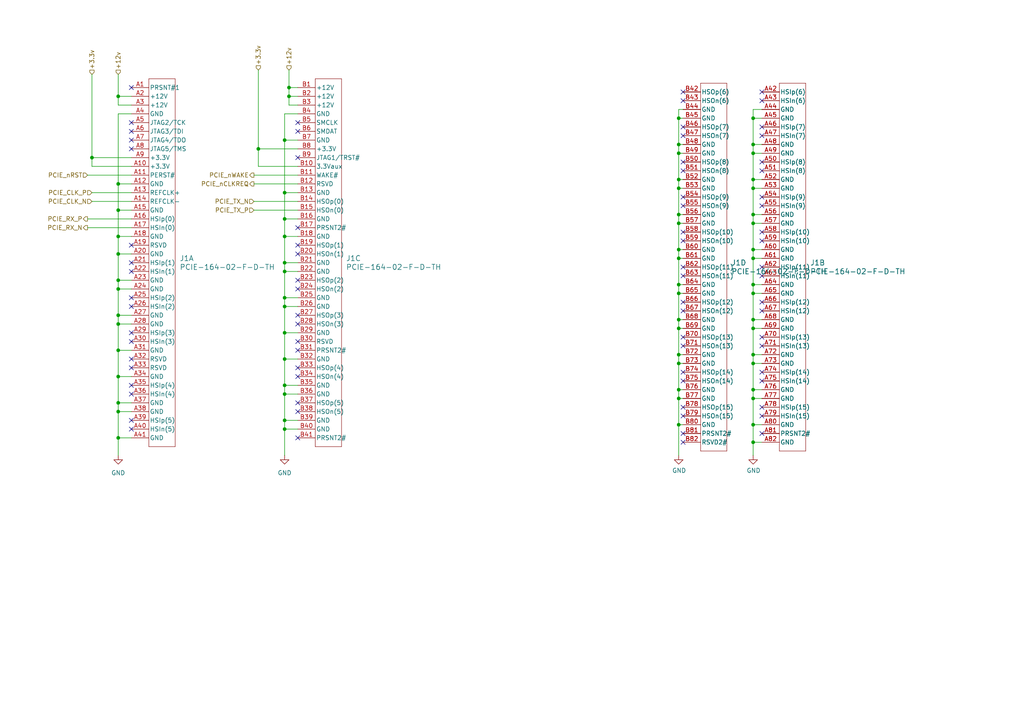
<source format=kicad_sch>
(kicad_sch (version 20231120) (generator "eeschema") (generator_version "8.0")
  (paper "A4")
  (title_block (title "Compute Module 5 IO Board - M2 Socket") (rev "1") (company "Copyright © 2024 Raspberry Pi Ltd.") (comment 1 "www.raspberrypi.com"))
  (lib_symbols
    (symbol "CM5IO:PCIE-164-02-F-D-TH" (pin_names (offset 0.254))
      (property "Reference" "J" (at 8.89 6.35 0))
      (property "Value" "PCIE-164-02-F-D-TH" (at 0 0 0))
      (symbol "PCIE-164-02-F-D-TH_1_1"
        (pin power_out line (at 0 0 0) (length 5.08) (name "PRSNT#1") (number "A1"))
        (pin power_in line (at 0 -22.86 0) (length 5.08) (name "+3.3V") (number "A10"))
        (pin input line (at 0 -25.4 0) (length 5.08) (name "PERST#") (number "A11"))
        (pin power_in line (at 0 -27.94 0) (length 5.08) (name "GND") (number "A12"))
        (pin output line (at 0 -30.48 0) (length 5.08) (name "REFCLK+") (number "A13"))
        (pin output line (at 0 -33.02 0) (length 5.08) (name "REFCLK-") (number "A14"))
        (pin power_in line (at 0 -35.56 0) (length 5.08) (name "GND") (number "A15"))
        (pin input line (at 0 -38.1 0) (length 5.08) (name "HSIp(0)") (number "A16"))
        (pin input line (at 0 -40.64 0) (length 5.08) (name "HSIn(0)") (number "A17"))
        (pin power_in line (at 0 -43.18 0) (length 5.08) (name "GND") (number "A18"))
        (pin passive line (at 0 -45.72 0) (length 5.08) (name "RSVD") (number "A19"))
        (pin power_in line (at 0 -2.54 0) (length 5.08) (name "+12V") (number "A2"))
        (pin power_in line (at 0 -48.26 0) (length 5.08) (name "GND") (number "A20"))
        (pin input line (at 0 -50.8 0) (length 5.08) (name "HSIp(1)") (number "A21"))
        (pin input line (at 0 -53.34 0) (length 5.08) (name "HSIn(1)") (number "A22"))
        (pin power_in line (at 0 -55.88 0) (length 5.08) (name "GND") (number "A23"))
        (pin power_in line (at 0 -58.42 0) (length 5.08) (name "GND") (number "A24"))
        (pin input line (at 0 -60.96 0) (length 5.08) (name "HSIp(2)") (number "A25"))
        (pin input line (at 0 -63.5 0) (length 5.08) (name "HSIn(2)") (number "A26"))
        (pin power_in line (at 0 -66.04 0) (length 5.08) (name "GND") (number "A27"))
        (pin power_in line (at 0 -68.58 0) (length 5.08) (name "GND") (number "A28"))
        (pin input line (at 0 -71.12 0) (length 5.08) (name "HSIp(3)") (number "A29"))
        (pin power_in line (at 0 -5.08 0) (length 5.08) (name "+12V") (number "A3"))
        (pin input line (at 0 -73.66 0) (length 5.08) (name "HSIn(3)") (number "A30"))
        (pin power_in line (at 0 -76.2 0) (length 5.08) (name "GND") (number "A31"))
        (pin passive line (at 0 -78.74 0) (length 5.08) (name "RSVD") (number "A32"))
        (pin passive line (at 0 -81.28 0) (length 5.08) (name "RSVD") (number "A33"))
        (pin power_in line (at 0 -83.82 0) (length 5.08) (name "GND") (number "A34"))
        (pin input line (at 0 -86.36 0) (length 5.08) (name "HSIp(4)") (number "A35"))
        (pin input line (at 0 -88.9 0) (length 5.08) (name "HSIn(4)") (number "A36"))
        (pin power_in line (at 0 -91.44 0) (length 5.08) (name "GND") (number "A37"))
        (pin power_in line (at 0 -93.98 0) (length 5.08) (name "GND") (number "A38"))
        (pin input line (at 0 -96.52 0) (length 5.08) (name "HSIp(5)") (number "A39"))
        (pin power_in line (at 0 -7.62 0) (length 5.08) (name "GND") (number "A4"))
        (pin input line (at 0 -99.06 0) (length 5.08) (name "HSIn(5)") (number "A40"))
        (pin power_in line (at 0 -101.6 0) (length 5.08) (name "GND") (number "A41"))
        (pin input line (at 0 -10.16 0) (length 5.08) (name "JTAG2/TCK") (number "A5"))
        (pin input line (at 0 -12.7 0) (length 5.08) (name "JTAG3/TDI") (number "A6"))
        (pin output line (at 0 -15.24 0) (length 5.08) (name "JTAG4/TDO") (number "A7"))
        (pin input line (at 0 -17.78 0) (length 5.08) (name "JTAG5/TMS") (number "A8"))
        (pin power_in line (at 0 -20.32 0) (length 5.08) (name "+3.3V") (number "A9"))
      )
      (symbol "PCIE-164-02-F-D-TH_1_2"
        (pin power_out line (at 0 0 0) (length 5.08) (name "PRSNT#1") (number "A1"))
        (pin power_in line (at 0 -22.86 0) (length 5.08) (name "+3.3V") (number "A10"))
        (pin input line (at 0 -25.4 0) (length 5.08) (name "PERST#") (number "A11"))
        (pin power_in line (at 0 -27.94 0) (length 5.08) (name "GND") (number "A12"))
        (pin output line (at 0 -30.48 0) (length 5.08) (name "REFCLK+") (number "A13"))
        (pin output line (at 0 -33.02 0) (length 5.08) (name "REFCLK-") (number "A14"))
        (pin power_in line (at 0 -35.56 0) (length 5.08) (name "GND") (number "A15"))
        (pin input line (at 0 -38.1 0) (length 5.08) (name "HSIp(0)") (number "A16"))
        (pin input line (at 0 -40.64 0) (length 5.08) (name "HSIn(0)") (number "A17"))
        (pin power_in line (at 0 -43.18 0) (length 5.08) (name "GND") (number "A18"))
        (pin passive line (at 0 -45.72 0) (length 5.08) (name "RSVD") (number "A19"))
        (pin power_in line (at 0 -2.54 0) (length 5.08) (name "+12V") (number "A2"))
        (pin power_in line (at 0 -48.26 0) (length 5.08) (name "GND") (number "A20"))
        (pin input line (at 0 -50.8 0) (length 5.08) (name "HSIp(1)") (number "A21"))
        (pin input line (at 0 -53.34 0) (length 5.08) (name "HSIn(1)") (number "A22"))
        (pin power_in line (at 0 -55.88 0) (length 5.08) (name "GND") (number "A23"))
        (pin power_in line (at 0 -58.42 0) (length 5.08) (name "GND") (number "A24"))
        (pin input line (at 0 -60.96 0) (length 5.08) (name "HSIp(2)") (number "A25"))
        (pin input line (at 0 -63.5 0) (length 5.08) (name "HSIn(2)") (number "A26"))
        (pin power_in line (at 0 -66.04 0) (length 5.08) (name "GND") (number "A27"))
        (pin power_in line (at 0 -68.58 0) (length 5.08) (name "GND") (number "A28"))
        (pin input line (at 0 -71.12 0) (length 5.08) (name "HSIp(3)") (number "A29"))
        (pin power_in line (at 0 -5.08 0) (length 5.08) (name "+12V") (number "A3"))
        (pin input line (at 0 -73.66 0) (length 5.08) (name "HSIn(3)") (number "A30"))
        (pin power_in line (at 0 -76.2 0) (length 5.08) (name "GND") (number "A31"))
        (pin passive line (at 0 -78.74 0) (length 5.08) (name "RSVD") (number "A32"))
        (pin passive line (at 0 -81.28 0) (length 5.08) (name "RSVD") (number "A33"))
        (pin power_in line (at 0 -83.82 0) (length 5.08) (name "GND") (number "A34"))
        (pin input line (at 0 -86.36 0) (length 5.08) (name "HSIp(4)") (number "A35"))
        (pin input line (at 0 -88.9 0) (length 5.08) (name "HSIn(4)") (number "A36"))
        (pin power_in line (at 0 -91.44 0) (length 5.08) (name "GND") (number "A37"))
        (pin power_in line (at 0 -93.98 0) (length 5.08) (name "GND") (number "A38"))
        (pin input line (at 0 -96.52 0) (length 5.08) (name "HSIp(5)") (number "A39"))
        (pin power_in line (at 0 -7.62 0) (length 5.08) (name "GND") (number "A4"))
        (pin input line (at 0 -99.06 0) (length 5.08) (name "HSIn(5)") (number "A40"))
        (pin power_in line (at 0 -101.6 0) (length 5.08) (name "GND") (number "A41"))
        (pin input line (at 0 -10.16 0) (length 5.08) (name "JTAG2/TCK") (number "A5"))
        (pin input line (at 0 -12.7 0) (length 5.08) (name "JTAG3/TDI") (number "A6"))
        (pin output line (at 0 -15.24 0) (length 5.08) (name "JTAG4/TDO") (number "A7"))
        (pin input line (at 0 -17.78 0) (length 5.08) (name "JTAG5/TMS") (number "A8"))
        (pin power_in line (at 0 -20.32 0) (length 5.08) (name "+3.3V") (number "A9"))
      )
      (symbol "PCIE-164-02-F-D-TH_2_1"
        (pin input line (at 0 0 0) (length 5.08) (name "HSIp(6)") (number "A42"))
        (pin input line (at 0 -2.54 0) (length 5.08) (name "HSIn(6)") (number "A43"))
        (pin power_in line (at 0 -5.08 0) (length 5.08) (name "GND") (number "A44"))
        (pin power_in line (at 0 -7.62 0) (length 5.08) (name "GND") (number "A45"))
        (pin input line (at 0 -10.16 0) (length 5.08) (name "HSIp(7)") (number "A46"))
        (pin input line (at 0 -12.7 0) (length 5.08) (name "HSIn(7)") (number "A47"))
        (pin power_in line (at 0 -15.24 0) (length 5.08) (name "GND") (number "A48"))
        (pin power_in line (at 0 -17.78 0) (length 5.08) (name "GND") (number "A49"))
        (pin input line (at 0 -20.32 0) (length 5.08) (name "HSIp(8)") (number "A50"))
        (pin input line (at 0 -22.86 0) (length 5.08) (name "HSIn(8)") (number "A51"))
        (pin power_in line (at 0 -25.4 0) (length 5.08) (name "GND") (number "A52"))
        (pin power_in line (at 0 -27.94 0) (length 5.08) (name "GND") (number "A53"))
        (pin input line (at 0 -30.48 0) (length 5.08) (name "HSIp(9)") (number "A54"))
        (pin input line (at 0 -33.02 0) (length 5.08) (name "HSIn(9)") (number "A55"))
        (pin power_in line (at 0 -35.56 0) (length 5.08) (name "GND") (number "A56"))
        (pin power_in line (at 0 -38.1 0) (length 5.08) (name "GND") (number "A57"))
        (pin input line (at 0 -40.64 0) (length 5.08) (name "HSIp(10)") (number "A58"))
        (pin input line (at 0 -43.18 0) (length 5.08) (name "HSIn(10)") (number "A59"))
        (pin power_in line (at 0 -45.72 0) (length 5.08) (name "GND") (number "A60"))
        (pin power_in line (at 0 -48.26 0) (length 5.08) (name "GND") (number "A61"))
        (pin input line (at 0 -50.8 0) (length 5.08) (name "HSIp(11)") (number "A62"))
        (pin input line (at 0 -53.34 0) (length 5.08) (name "HSIn(11)") (number "A63"))
        (pin power_in line (at 0 -55.88 0) (length 5.08) (name "GND") (number "A64"))
        (pin power_in line (at 0 -58.42 0) (length 5.08) (name "GND") (number "A65"))
        (pin input line (at 0 -60.96 0) (length 5.08) (name "HSIp(12)") (number "A66"))
        (pin input line (at 0 -63.5 0) (length 5.08) (name "HSIn(12)") (number "A67"))
        (pin power_in line (at 0 -66.04 0) (length 5.08) (name "GND") (number "A68"))
        (pin power_in line (at 0 -68.58 0) (length 5.08) (name "GND") (number "A69"))
        (pin input line (at 0 -71.12 0) (length 5.08) (name "HSIp(13)") (number "A70"))
        (pin input line (at 0 -73.66 0) (length 5.08) (name "HSIn(13)") (number "A71"))
        (pin power_in line (at 0 -76.2 0) (length 5.08) (name "GND") (number "A72"))
        (pin power_in line (at 0 -78.74 0) (length 5.08) (name "GND") (number "A73"))
        (pin input line (at 0 -81.28 0) (length 5.08) (name "HSIp(14)") (number "A74"))
        (pin input line (at 0 -83.82 0) (length 5.08) (name "HSIn(14)") (number "A75"))
        (pin power_in line (at 0 -86.36 0) (length 5.08) (name "GND") (number "A76"))
        (pin power_in line (at 0 -88.9 0) (length 5.08) (name "GND") (number "A77"))
        (pin input line (at 0 -91.44 0) (length 5.08) (name "HSIp(15)") (number "A78"))
        (pin input line (at 0 -93.98 0) (length 5.08) (name "HSIn(15)") (number "A79"))
        (pin power_in line (at 0 -96.52 0) (length 5.08) (name "GND") (number "A80"))
        (pin passive line (at 0 -99.06 0) (length 5.08) (name "PRSNT2#") (number "A81"))
        (pin power_in line (at 0 -101.6 0) (length 5.08) (name "GND") (number "A82"))
      )
      (symbol "PCIE-164-02-F-D-TH_2_2"
        (pin input line (at 0 0 0) (length 5.08) (name "HSIp(6)") (number "A42"))
        (pin input line (at 0 -2.54 0) (length 5.08) (name "HSIn(6)") (number "A43"))
        (pin power_in line (at 0 -5.08 0) (length 5.08) (name "GND") (number "A44"))
        (pin power_in line (at 0 -7.62 0) (length 5.08) (name "GND") (number "A45"))
        (pin input line (at 0 -10.16 0) (length 5.08) (name "HSIp(7)") (number "A46"))
        (pin input line (at 0 -12.7 0) (length 5.08) (name "HSIn(7)") (number "A47"))
        (pin power_in line (at 0 -15.24 0) (length 5.08) (name "GND") (number "A48"))
        (pin power_in line (at 0 -17.78 0) (length 5.08) (name "GND") (number "A49"))
        (pin input line (at 0 -20.32 0) (length 5.08) (name "HSIp(8)") (number "A50"))
        (pin input line (at 0 -22.86 0) (length 5.08) (name "HSIn(8)") (number "A51"))
        (pin power_in line (at 0 -25.4 0) (length 5.08) (name "GND") (number "A52"))
        (pin power_in line (at 0 -27.94 0) (length 5.08) (name "GND") (number "A53"))
        (pin input line (at 0 -30.48 0) (length 5.08) (name "HSIp(9)") (number "A54"))
        (pin input line (at 0 -33.02 0) (length 5.08) (name "HSIn(9)") (number "A55"))
        (pin power_in line (at 0 -35.56 0) (length 5.08) (name "GND") (number "A56"))
        (pin power_in line (at 0 -38.1 0) (length 5.08) (name "GND") (number "A57"))
        (pin input line (at 0 -40.64 0) (length 5.08) (name "HSIp(10)") (number "A58"))
        (pin input line (at 0 -43.18 0) (length 5.08) (name "HSIn(10)") (number "A59"))
        (pin power_in line (at 0 -45.72 0) (length 5.08) (name "GND") (number "A60"))
        (pin power_in line (at 0 -48.26 0) (length 5.08) (name "GND") (number "A61"))
        (pin input line (at 0 -50.8 0) (length 5.08) (name "HSIp(11)") (number "A62"))
        (pin input line (at 0 -53.34 0) (length 5.08) (name "HSIn(11)") (number "A63"))
        (pin power_in line (at 0 -55.88 0) (length 5.08) (name "GND") (number "A64"))
        (pin power_in line (at 0 -58.42 0) (length 5.08) (name "GND") (number "A65"))
        (pin input line (at 0 -60.96 0) (length 5.08) (name "HSIp(12)") (number "A66"))
        (pin input line (at 0 -63.5 0) (length 5.08) (name "HSIn(12)") (number "A67"))
        (pin power_in line (at 0 -66.04 0) (length 5.08) (name "GND") (number "A68"))
        (pin power_in line (at 0 -68.58 0) (length 5.08) (name "GND") (number "A69"))
        (pin input line (at 0 -71.12 0) (length 5.08) (name "HSIp(13)") (number "A70"))
        (pin input line (at 0 -73.66 0) (length 5.08) (name "HSIn(13)") (number "A71"))
        (pin power_in line (at 0 -76.2 0) (length 5.08) (name "GND") (number "A72"))
        (pin power_in line (at 0 -78.74 0) (length 5.08) (name "GND") (number "A73"))
        (pin input line (at 0 -81.28 0) (length 5.08) (name "HSIp(14)") (number "A74"))
        (pin input line (at 0 -83.82 0) (length 5.08) (name "HSIn(14)") (number "A75"))
        (pin power_in line (at 0 -86.36 0) (length 5.08) (name "GND") (number "A76"))
        (pin power_in line (at 0 -88.9 0) (length 5.08) (name "GND") (number "A77"))
        (pin input line (at 0 -91.44 0) (length 5.08) (name "HSIp(15)") (number "A78"))
        (pin input line (at 0 -93.98 0) (length 5.08) (name "HSIn(15)") (number "A79"))
        (pin power_in line (at 0 -96.52 0) (length 5.08) (name "GND") (number "A80"))
        (pin passive line (at 0 -99.06 0) (length 5.08) (name "PRSNT2#") (number "A81"))
        (pin power_in line (at 0 -101.6 0) (length 5.08) (name "GND") (number "A82"))
      )
      (symbol "PCIE-164-02-F-D-TH_3_1"
        (pin power_in line (at 0 0 0) (length 5.08) (name "+12V") (number "B1"))
        (pin power_in line (at 0 -22.86 0) (length 5.08) (name "3.3Vaux") (number "B10"))
        (pin output line (at 0 -25.4 0) (length 5.08) (name "WAKE#") (number "B11"))
        (pin passive line (at 0 -27.94 0) (length 5.08) (name "RSVD") (number "B12"))
        (pin power_in line (at 0 -30.48 0) (length 5.08) (name "GND") (number "B13"))
        (pin output line (at 0 -33.02 0) (length 5.08) (name "HSOp(0)") (number "B14"))
        (pin output line (at 0 -35.56 0) (length 5.08) (name "HSOn(0)") (number "B15"))
        (pin power_in line (at 0 -38.1 0) (length 5.08) (name "GND") (number "B16"))
        (pin passive line (at 0 -40.64 0) (length 5.08) (name "PRSNT2#") (number "B17"))
        (pin power_in line (at 0 -43.18 0) (length 5.08) (name "GND") (number "B18"))
        (pin output line (at 0 -45.72 0) (length 5.08) (name "HSOp(1)") (number "B19"))
        (pin power_in line (at 0 -2.54 0) (length 5.08) (name "+12V") (number "B2"))
        (pin output line (at 0 -48.26 0) (length 5.08) (name "HSOn(1)") (number "B20"))
        (pin power_in line (at 0 -50.8 0) (length 5.08) (name "GND") (number "B21"))
        (pin power_in line (at 0 -53.34 0) (length 5.08) (name "GND") (number "B22"))
        (pin output line (at 0 -55.88 0) (length 5.08) (name "HSOp(2)") (number "B23"))
        (pin output line (at 0 -58.42 0) (length 5.08) (name "HSOn(2)") (number "B24"))
        (pin power_in line (at 0 -60.96 0) (length 5.08) (name "GND") (number "B25"))
        (pin power_in line (at 0 -63.5 0) (length 5.08) (name "GND") (number "B26"))
        (pin output line (at 0 -66.04 0) (length 5.08) (name "HSOp(3)") (number "B27"))
        (pin output line (at 0 -68.58 0) (length 5.08) (name "HSOn(3)") (number "B28"))
        (pin power_in line (at 0 -71.12 0) (length 5.08) (name "GND") (number "B29"))
        (pin power_in line (at 0 -5.08 0) (length 5.08) (name "+12V") (number "B3"))
        (pin passive line (at 0 -73.66 0) (length 5.08) (name "RSVD") (number "B30"))
        (pin passive line (at 0 -76.2 0) (length 5.08) (name "PRSNT2#") (number "B31"))
        (pin power_in line (at 0 -78.74 0) (length 5.08) (name "GND") (number "B32"))
        (pin output line (at 0 -81.28 0) (length 5.08) (name "HSOp(4)") (number "B33"))
        (pin output line (at 0 -83.82 0) (length 5.08) (name "HSOn(4)") (number "B34"))
        (pin power_in line (at 0 -86.36 0) (length 5.08) (name "GND") (number "B35"))
        (pin power_in line (at 0 -88.9 0) (length 5.08) (name "GND") (number "B36"))
        (pin output line (at 0 -91.44 0) (length 5.08) (name "HSOp(5)") (number "B37"))
        (pin output line (at 0 -93.98 0) (length 5.08) (name "HSOn(5)") (number "B38"))
        (pin power_in line (at 0 -96.52 0) (length 5.08) (name "GND") (number "B39"))
        (pin power_in line (at 0 -7.62 0) (length 5.08) (name "GND") (number "B4"))
        (pin power_in line (at 0 -99.06 0) (length 5.08) (name "GND") (number "B40"))
        (pin passive line (at 0 -101.6 0) (length 5.08) (name "PRSNT2#") (number "B41"))
        (pin input line (at 0 -10.16 0) (length 5.08) (name "SMCLK") (number "B5"))
        (pin bidirectional line (at 0 -12.7 0) (length 5.08) (name "SMDAT") (number "B6"))
        (pin power_in line (at 0 -15.24 0) (length 5.08) (name "GND") (number "B7"))
        (pin power_in line (at 0 -17.78 0) (length 5.08) (name "+3.3V") (number "B8"))
        (pin input line (at 0 -20.32 0) (length 5.08) (name "JTAG1/TRST#") (number "B9"))
      )
      (symbol "PCIE-164-02-F-D-TH_3_2"
        (pin power_in line (at 0 0 0) (length 5.08) (name "+12V") (number "B1"))
        (pin power_in line (at 0 -22.86 0) (length 5.08) (name "3.3Vaux") (number "B10"))
        (pin output line (at 0 -25.4 0) (length 5.08) (name "WAKE#") (number "B11"))
        (pin passive line (at 0 -27.94 0) (length 5.08) (name "RSVD") (number "B12"))
        (pin power_in line (at 0 -30.48 0) (length 5.08) (name "GND") (number "B13"))
        (pin output line (at 0 -33.02 0) (length 5.08) (name "HSOp(0)") (number "B14"))
        (pin output line (at 0 -35.56 0) (length 5.08) (name "HSOn(0)") (number "B15"))
        (pin power_in line (at 0 -38.1 0) (length 5.08) (name "GND") (number "B16"))
        (pin passive line (at 0 -40.64 0) (length 5.08) (name "PRSNT2#") (number "B17"))
        (pin power_in line (at 0 -43.18 0) (length 5.08) (name "GND") (number "B18"))
        (pin output line (at 0 -45.72 0) (length 5.08) (name "HSOp(1)") (number "B19"))
        (pin power_in line (at 0 -2.54 0) (length 5.08) (name "+12V") (number "B2"))
        (pin output line (at 0 -48.26 0) (length 5.08) (name "HSOn(1)") (number "B20"))
        (pin power_in line (at 0 -50.8 0) (length 5.08) (name "GND") (number "B21"))
        (pin power_in line (at 0 -53.34 0) (length 5.08) (name "GND") (number "B22"))
        (pin output line (at 0 -55.88 0) (length 5.08) (name "HSOp(2)") (number "B23"))
        (pin output line (at 0 -58.42 0) (length 5.08) (name "HSOn(2)") (number "B24"))
        (pin power_in line (at 0 -60.96 0) (length 5.08) (name "GND") (number "B25"))
        (pin power_in line (at 0 -63.5 0) (length 5.08) (name "GND") (number "B26"))
        (pin output line (at 0 -66.04 0) (length 5.08) (name "HSOp(3)") (number "B27"))
        (pin output line (at 0 -68.58 0) (length 5.08) (name "HSOn(3)") (number "B28"))
        (pin power_in line (at 0 -71.12 0) (length 5.08) (name "GND") (number "B29"))
        (pin power_in line (at 0 -5.08 0) (length 5.08) (name "+12V") (number "B3"))
        (pin passive line (at 0 -73.66 0) (length 5.08) (name "RSVD") (number "B30"))
        (pin passive line (at 0 -76.2 0) (length 5.08) (name "PRSNT2#") (number "B31"))
        (pin power_in line (at 0 -78.74 0) (length 5.08) (name "GND") (number "B32"))
        (pin output line (at 0 -81.28 0) (length 5.08) (name "HSOp(4)") (number "B33"))
        (pin output line (at 0 -83.82 0) (length 5.08) (name "HSOn(4)") (number "B34"))
        (pin power_in line (at 0 -86.36 0) (length 5.08) (name "GND") (number "B35"))
        (pin power_in line (at 0 -88.9 0) (length 5.08) (name "GND") (number "B36"))
        (pin output line (at 0 -91.44 0) (length 5.08) (name "HSOp(5)") (number "B37"))
        (pin output line (at 0 -93.98 0) (length 5.08) (name "HSOn(5)") (number "B38"))
        (pin power_in line (at 0 -96.52 0) (length 5.08) (name "GND") (number "B39"))
        (pin power_in line (at 0 -7.62 0) (length 5.08) (name "GND") (number "B4"))
        (pin power_in line (at 0 -99.06 0) (length 5.08) (name "GND") (number "B40"))
        (pin passive line (at 0 -101.6 0) (length 5.08) (name "PRSNT2#") (number "B41"))
        (pin input line (at 0 -10.16 0) (length 5.08) (name "SMCLK") (number "B5"))
        (pin bidirectional line (at 0 -12.7 0) (length 5.08) (name "SMDAT") (number "B6"))
        (pin power_in line (at 0 -15.24 0) (length 5.08) (name "GND") (number "B7"))
        (pin power_in line (at 0 -17.78 0) (length 5.08) (name "+3.3V") (number "B8"))
        (pin input line (at 0 -20.32 0) (length 5.08) (name "JTAG1/TRST#") (number "B9"))
      )
      (symbol "PCIE-164-02-F-D-TH_4_1"
        (pin output line (at 0 0 0) (length 5.08) (name "HSOp(6)") (number "B42"))
        (pin output line (at 0 -2.54 0) (length 5.08) (name "HSOn(6)") (number "B43"))
        (pin power_in line (at 0 -5.08 0) (length 5.08) (name "GND") (number "B44"))
        (pin power_in line (at 0 -7.62 0) (length 5.08) (name "GND") (number "B45"))
        (pin output line (at 0 -10.16 0) (length 5.08) (name "HSOp(7)") (number "B46"))
        (pin output line (at 0 -12.7 0) (length 5.08) (name "HSOn(7)") (number "B47"))
        (pin power_in line (at 0 -15.24 0) (length 5.08) (name "GND") (number "B48"))
        (pin power_in line (at 0 -17.78 0) (length 5.08) (name "GND") (number "B49"))
        (pin output line (at 0 -20.32 0) (length 5.08) (name "HSOp(8)") (number "B50"))
        (pin output line (at 0 -22.86 0) (length 5.08) (name "HSOn(8)") (number "B51"))
        (pin power_in line (at 0 -25.4 0) (length 5.08) (name "GND") (number "B52"))
        (pin power_in line (at 0 -27.94 0) (length 5.08) (name "GND") (number "B53"))
        (pin output line (at 0 -30.48 0) (length 5.08) (name "HSOp(9)") (number "B54"))
        (pin output line (at 0 -33.02 0) (length 5.08) (name "HSOn(9)") (number "B55"))
        (pin power_in line (at 0 -35.56 0) (length 5.08) (name "GND") (number "B56"))
        (pin power_in line (at 0 -38.1 0) (length 5.08) (name "GND") (number "B57"))
        (pin output line (at 0 -40.64 0) (length 5.08) (name "HSOp(10)") (number "B58"))
        (pin output line (at 0 -43.18 0) (length 5.08) (name "HSOn(10)") (number "B59"))
        (pin power_in line (at 0 -45.72 0) (length 5.08) (name "GND") (number "B60"))
        (pin power_in line (at 0 -48.26 0) (length 5.08) (name "GND") (number "B61"))
        (pin output line (at 0 -50.8 0) (length 5.08) (name "HSOp(11)") (number "B62"))
        (pin output line (at 0 -53.34 0) (length 5.08) (name "HSOn(11)") (number "B63"))
        (pin power_in line (at 0 -55.88 0) (length 5.08) (name "GND") (number "B64"))
        (pin power_in line (at 0 -58.42 0) (length 5.08) (name "GND") (number "B65"))
        (pin output line (at 0 -60.96 0) (length 5.08) (name "HSOp(12)") (number "B66"))
        (pin output line (at 0 -63.5 0) (length 5.08) (name "HSOn(12)") (number "B67"))
        (pin power_in line (at 0 -66.04 0) (length 5.08) (name "GND") (number "B68"))
        (pin power_in line (at 0 -68.58 0) (length 5.08) (name "GND") (number "B69"))
        (pin output line (at 0 -71.12 0) (length 5.08) (name "HSOp(13)") (number "B70"))
        (pin output line (at 0 -73.66 0) (length 5.08) (name "HSOn(13)") (number "B71"))
        (pin power_in line (at 0 -76.2 0) (length 5.08) (name "GND") (number "B72"))
        (pin power_in line (at 0 -78.74 0) (length 5.08) (name "GND") (number "B73"))
        (pin output line (at 0 -81.28 0) (length 5.08) (name "HSOp(14)") (number "B74"))
        (pin output line (at 0 -83.82 0) (length 5.08) (name "HSOn(14)") (number "B75"))
        (pin power_in line (at 0 -86.36 0) (length 5.08) (name "GND") (number "B76"))
        (pin power_in line (at 0 -88.9 0) (length 5.08) (name "GND") (number "B77"))
        (pin output line (at 0 -91.44 0) (length 5.08) (name "HSOp(15)") (number "B78"))
        (pin output line (at 0 -93.98 0) (length 5.08) (name "HSOn(15)") (number "B79"))
        (pin power_in line (at 0 -96.52 0) (length 5.08) (name "GND") (number "B80"))
        (pin passive line (at 0 -99.06 0) (length 5.08) (name "PRSNT2#") (number "B81"))
        (pin passive line (at 0 -101.6 0) (length 5.08) (name "RSVD2#") (number "B82"))
      )
      (symbol "PCIE-164-02-F-D-TH_4_2"
        (pin output line (at 0 0 0) (length 5.08) (name "HSOp(6)") (number "B42"))
        (pin output line (at 0 -2.54 0) (length 5.08) (name "HSOn(6)") (number "B43"))
        (pin power_in line (at 0 -5.08 0) (length 5.08) (name "GND") (number "B44"))
        (pin power_in line (at 0 -7.62 0) (length 5.08) (name "GND") (number "B45"))
        (pin output line (at 0 -10.16 0) (length 5.08) (name "HSOp(7)") (number "B46"))
        (pin output line (at 0 -12.7 0) (length 5.08) (name "HSOn(7)") (number "B47"))
        (pin power_in line (at 0 -15.24 0) (length 5.08) (name "GND") (number "B48"))
        (pin power_in line (at 0 -17.78 0) (length 5.08) (name "GND") (number "B49"))
        (pin output line (at 0 -20.32 0) (length 5.08) (name "HSOp(8)") (number "B50"))
        (pin output line (at 0 -22.86 0) (length 5.08) (name "HSOn(8)") (number "B51"))
        (pin power_in line (at 0 -25.4 0) (length 5.08) (name "GND") (number "B52"))
        (pin power_in line (at 0 -27.94 0) (length 5.08) (name "GND") (number "B53"))
        (pin output line (at 0 -30.48 0) (length 5.08) (name "HSOp(9)") (number "B54"))
        (pin output line (at 0 -33.02 0) (length 5.08) (name "HSOn(9)") (number "B55"))
        (pin power_in line (at 0 -35.56 0) (length 5.08) (name "GND") (number "B56"))
        (pin power_in line (at 0 -38.1 0) (length 5.08) (name "GND") (number "B57"))
        (pin output line (at 0 -40.64 0) (length 5.08) (name "HSOp(10)") (number "B58"))
        (pin output line (at 0 -43.18 0) (length 5.08) (name "HSOn(10)") (number "B59"))
        (pin power_in line (at 0 -45.72 0) (length 5.08) (name "GND") (number "B60"))
        (pin power_in line (at 0 -48.26 0) (length 5.08) (name "GND") (number "B61"))
        (pin output line (at 0 -50.8 0) (length 5.08) (name "HSOp(11)") (number "B62"))
        (pin output line (at 0 -53.34 0) (length 5.08) (name "HSOn(11)") (number "B63"))
        (pin power_in line (at 0 -55.88 0) (length 5.08) (name "GND") (number "B64"))
        (pin power_in line (at 0 -58.42 0) (length 5.08) (name "GND") (number "B65"))
        (pin output line (at 0 -60.96 0) (length 5.08) (name "HSOp(12)") (number "B66"))
        (pin output line (at 0 -63.5 0) (length 5.08) (name "HSOn(12)") (number "B67"))
        (pin power_in line (at 0 -66.04 0) (length 5.08) (name "GND") (number "B68"))
        (pin power_in line (at 0 -68.58 0) (length 5.08) (name "GND") (number "B69"))
        (pin output line (at 0 -71.12 0) (length 5.08) (name "HSOp(13)") (number "B70"))
        (pin output line (at 0 -73.66 0) (length 5.08) (name "HSOn(13)") (number "B71"))
        (pin power_in line (at 0 -76.2 0) (length 5.08) (name "GND") (number "B72"))
        (pin power_in line (at 0 -78.74 0) (length 5.08) (name "GND") (number "B73"))
        (pin output line (at 0 -81.28 0) (length 5.08) (name "HSOp(14)") (number "B74"))
        (pin output line (at 0 -83.82 0) (length 5.08) (name "HSOn(14)") (number "B75"))
        (pin power_in line (at 0 -86.36 0) (length 5.08) (name "GND") (number "B76"))
        (pin power_in line (at 0 -88.9 0) (length 5.08) (name "GND") (number "B77"))
        (pin output line (at 0 -91.44 0) (length 5.08) (name "HSOp(15)") (number "B78"))
        (pin output line (at 0 -93.98 0) (length 5.08) (name "HSOn(15)") (number "B79"))
        (pin power_in line (at 0 -96.52 0) (length 5.08) (name "GND") (number "B80"))
        (pin passive line (at 0 -99.06 0) (length 5.08) (name "PRSNT2#") (number "B81"))
        (pin passive line (at 0 -101.6 0) (length 5.08) (name "RSVD2#") (number "B82"))
      )
    )
    (symbol "power:GND" (power) (pin_numbers hide) (pin_names (offset 0) hide)
      (property "Value" "GND" (at 0 -3.81 0))
      (symbol "GND_1_1"
        (pin power_in line (at 0 0 270) (length 0) (name "~") (number "1"))
      )
    )
  )
  (junction (at 26.67 45.72))
  (junction (at 82.55 55.88))
  (junction (at 218.44 105.41))
  (junction (at 218.44 54.61))
  (junction (at 34.29 83.82))
  (junction (at 34.29 81.28))
  (junction (at 34.29 101.6))
  (junction (at 196.85 64.77))
  (junction (at 218.44 64.77))
  (junction (at 218.44 82.55))
  (junction (at 218.44 92.71))
  (junction (at 82.55 114.3))
  (junction (at 34.29 53.34))
  (junction (at 34.29 93.98))
  (junction (at 196.85 54.61))
  (junction (at 218.44 52.07))
  (junction (at 34.29 91.44))
  (junction (at 196.85 102.87))
  (junction (at 196.85 92.71))
  (junction (at 34.29 119.38))
  (junction (at 82.55 104.14))
  (junction (at 34.29 60.96))
  (junction (at 82.55 76.2))
  (junction (at 34.29 68.58))
  (junction (at 82.55 40.64))
  (junction (at 196.85 44.45))
  (junction (at 34.29 73.66))
  (junction (at 82.55 63.5))
  (junction (at 218.44 72.39))
  (junction (at 218.44 102.87))
  (junction (at 196.85 34.29))
  (junction (at 218.44 128.27))
  (junction (at 218.44 95.25))
  (junction (at 196.85 52.07))
  (junction (at 218.44 115.57))
  (junction (at 196.85 85.09))
  (junction (at 196.85 113.03))
  (junction (at 34.29 109.22))
  (junction (at 83.82 27.94))
  (junction (at 196.85 123.19))
  (junction (at 196.85 62.23))
  (junction (at 83.82 25.4))
  (junction (at 196.85 82.55))
  (junction (at 34.29 116.84))
  (junction (at 196.85 105.41))
  (junction (at 82.55 124.46))
  (junction (at 74.93 43.18))
  (junction (at 82.55 111.76))
  (junction (at 218.44 85.09))
  (junction (at 82.55 86.36))
  (junction (at 82.55 78.74))
  (junction (at 82.55 68.58))
  (junction (at 218.44 44.45))
  (junction (at 82.55 88.9))
  (junction (at 218.44 74.93))
  (junction (at 196.85 74.93))
  (junction (at 196.85 41.91))
  (junction (at 218.44 123.19))
  (junction (at 196.85 115.57))
  (junction (at 34.29 27.94))
  (junction (at 218.44 34.29))
  (junction (at 196.85 72.39))
  (junction (at 82.55 121.92))
  (junction (at 196.85 95.25))
  (junction (at 82.55 96.52))
  (junction (at 218.44 41.91))
  (junction (at 34.29 127))
  (junction (at 218.44 62.23))
  (junction (at 218.44 113.03))
  (no_connect (at 220.98 29.21))
  (no_connect (at 198.12 118.11))
  (no_connect (at 198.12 100.33))
  (no_connect (at 86.36 81.28))
  (no_connect (at 198.12 107.95))
  (no_connect (at 38.1 114.3))
  (no_connect (at 86.36 127))
  (no_connect (at 220.98 110.49))
  (no_connect (at 198.12 29.21))
  (no_connect (at 220.98 118.11))
  (no_connect (at 86.36 109.22))
  (no_connect (at 86.36 99.06))
  (no_connect (at 220.98 97.79))
  (no_connect (at 86.36 116.84))
  (no_connect (at 86.36 106.68))
  (no_connect (at 220.98 77.47))
  (no_connect (at 38.1 124.46))
  (no_connect (at 38.1 99.06))
  (no_connect (at 38.1 106.68))
  (no_connect (at 220.98 87.63))
  (no_connect (at 220.98 120.65))
  (no_connect (at 198.12 46.99))
  (no_connect (at 198.12 110.49))
  (no_connect (at 220.98 80.01))
  (no_connect (at 86.36 73.66))
  (no_connect (at 38.1 40.64))
  (no_connect (at 198.12 90.17))
  (no_connect (at 38.1 71.12))
  (no_connect (at 86.36 83.82))
  (no_connect (at 38.1 38.1))
  (no_connect (at 38.1 96.52))
  (no_connect (at 198.12 97.79))
  (no_connect (at 38.1 76.2))
  (no_connect (at 198.12 87.63))
  (no_connect (at 220.98 100.33))
  (no_connect (at 220.98 57.15))
  (no_connect (at 198.12 67.31))
  (no_connect (at 86.36 45.72))
  (no_connect (at 38.1 88.9))
  (no_connect (at 86.36 101.6))
  (no_connect (at 86.36 71.12))
  (no_connect (at 220.98 107.95))
  (no_connect (at 38.1 104.14))
  (no_connect (at 220.98 125.73))
  (no_connect (at 198.12 128.27))
  (no_connect (at 198.12 77.47))
  (no_connect (at 198.12 26.67))
  (no_connect (at 198.12 120.65))
  (no_connect (at 38.1 121.92))
  (no_connect (at 220.98 69.85))
  (no_connect (at 38.1 78.74))
  (no_connect (at 86.36 66.04))
  (no_connect (at 38.1 43.18))
  (no_connect (at 198.12 49.53))
  (no_connect (at 86.36 38.1))
  (no_connect (at 198.12 125.73))
  (no_connect (at 198.12 39.37))
  (no_connect (at 220.98 49.53))
  (no_connect (at 198.12 59.69))
  (no_connect (at 86.36 93.98))
  (no_connect (at 220.98 36.83))
  (no_connect (at 86.36 119.38))
  (no_connect (at 38.1 35.56))
  (no_connect (at 220.98 26.67))
  (no_connect (at 86.36 91.44))
  (no_connect (at 220.98 59.69))
  (no_connect (at 198.12 69.85))
  (no_connect (at 38.1 111.76))
  (no_connect (at 220.98 39.37))
  (no_connect (at 198.12 57.15))
  (no_connect (at 220.98 90.17))
  (no_connect (at 86.36 35.56))
  (no_connect (at 198.12 36.83))
  (no_connect (at 38.1 86.36))
  (no_connect (at 198.12 80.01))
  (no_connect (at 220.98 67.31))
  (no_connect (at 220.98 46.99))
  (no_connect (at 38.1 25.4))
  (wire (pts (xy 86.36 43.18) (xy 74.93 43.18)))
  (wire (pts (xy 196.85 123.19) (xy 196.85 115.57)))
  (wire (pts (xy 218.44 105.41) (xy 218.44 102.87)))
  (wire (pts (xy 218.44 92.71) (xy 220.98 92.71)))
  (wire (pts (xy 82.55 88.9) (xy 82.55 86.36)))
  (wire (pts (xy 82.55 78.74) (xy 86.36 78.74)))
  (wire (pts (xy 218.44 85.09) (xy 218.44 82.55)))
  (wire (pts (xy 82.55 63.5) (xy 86.36 63.5)))
  (wire (pts (xy 218.44 72.39) (xy 220.98 72.39)))
  (wire (pts (xy 34.29 33.02) (xy 38.1 33.02)))
  (wire (pts (xy 218.44 31.75) (xy 220.98 31.75)))
  (wire (pts (xy 82.55 124.46) (xy 82.55 121.92)))
  (wire (pts (xy 26.67 21.59) (xy 26.67 45.72)))
  (wire (pts (xy 82.55 63.5) (xy 82.55 55.88)))
  (wire (pts (xy 25.4 63.5) (xy 38.1 63.5)))
  (wire (pts (xy 82.55 86.36) (xy 86.36 86.36)))
  (wire (pts (xy 218.44 74.93) (xy 218.44 72.39)))
  (wire (pts (xy 82.55 132.08) (xy 82.55 124.46)))
  (wire (pts (xy 34.29 83.82) (xy 38.1 83.82)))
  (wire (pts (xy 26.67 55.88) (xy 38.1 55.88)))
  (wire (pts (xy 34.29 81.28) (xy 38.1 81.28)))
  (wire (pts (xy 218.44 44.45) (xy 218.44 41.91)))
  (wire (pts (xy 82.55 104.14) (xy 82.55 96.52)))
  (wire (pts (xy 82.55 33.02) (xy 86.36 33.02)))
  (wire (pts (xy 86.36 58.42) (xy 73.66 58.42)))
  (wire (pts (xy 34.29 81.28) (xy 34.29 73.66)))
  (wire (pts (xy 34.29 116.84) (xy 38.1 116.84)))
  (wire (pts (xy 82.55 114.3) (xy 82.55 111.76)))
  (wire (pts (xy 218.44 62.23) (xy 218.44 54.61)))
  (wire (pts (xy 82.55 55.88) (xy 82.55 40.64)))
  (wire (pts (xy 34.29 127) (xy 34.29 119.38)))
  (wire (pts (xy 196.85 64.77) (xy 196.85 62.23)))
  (wire (pts (xy 34.29 91.44) (xy 38.1 91.44)))
  (wire (pts (xy 82.55 111.76) (xy 86.36 111.76)))
  (wire (pts (xy 196.85 72.39) (xy 196.85 64.77)))
  (wire (pts (xy 196.85 95.25) (xy 196.85 92.71)))
  (wire (pts (xy 218.44 85.09) (xy 220.98 85.09)))
  (wire (pts (xy 34.29 53.34) (xy 38.1 53.34)))
  (wire (pts (xy 218.44 64.77) (xy 220.98 64.77)))
  (wire (pts (xy 196.85 113.03) (xy 196.85 105.41)))
  (wire (pts (xy 218.44 115.57) (xy 218.44 113.03)))
  (wire (pts (xy 82.55 121.92) (xy 86.36 121.92)))
  (wire (pts (xy 25.4 66.04) (xy 38.1 66.04)))
  (wire (pts (xy 82.55 78.74) (xy 82.55 76.2)))
  (wire (pts (xy 73.66 60.96) (xy 86.36 60.96)))
  (wire (pts (xy 218.44 132.08) (xy 218.44 128.27)))
  (wire (pts (xy 218.44 54.61) (xy 218.44 52.07)))
  (wire (pts (xy 74.93 43.18) (xy 74.93 48.26)))
  (wire (pts (xy 34.29 93.98) (xy 38.1 93.98)))
  (wire (pts (xy 218.44 64.77) (xy 218.44 62.23)))
  (wire (pts (xy 218.44 72.39) (xy 218.44 64.77)))
  (wire (pts (xy 82.55 68.58) (xy 82.55 63.5)))
  (wire (pts (xy 34.29 73.66) (xy 34.29 68.58)))
  (wire (pts (xy 218.44 128.27) (xy 218.44 123.19)))
  (wire (pts (xy 218.44 92.71) (xy 218.44 85.09)))
  (wire (pts (xy 196.85 72.39) (xy 198.12 72.39)))
  (wire (pts (xy 82.55 96.52) (xy 86.36 96.52)))
  (wire (pts (xy 26.67 45.72) (xy 26.67 48.26)))
  (wire (pts (xy 196.85 115.57) (xy 198.12 115.57)))
  (wire (pts (xy 218.44 102.87) (xy 218.44 95.25)))
  (wire (pts (xy 218.44 62.23) (xy 220.98 62.23)))
  (wire (pts (xy 34.29 119.38) (xy 34.29 116.84)))
  (wire (pts (xy 34.29 127) (xy 38.1 127)))
  (wire (pts (xy 34.29 83.82) (xy 34.29 81.28)))
  (wire (pts (xy 82.55 121.92) (xy 82.55 114.3)))
  (wire (pts (xy 82.55 76.2) (xy 82.55 68.58)))
  (wire (pts (xy 196.85 105.41) (xy 198.12 105.41)))
  (wire (pts (xy 34.29 73.66) (xy 38.1 73.66)))
  (wire (pts (xy 82.55 55.88) (xy 86.36 55.88)))
  (wire (pts (xy 196.85 74.93) (xy 196.85 72.39)))
  (wire (pts (xy 218.44 113.03) (xy 218.44 105.41)))
  (wire (pts (xy 34.29 132.08) (xy 34.29 127)))
  (wire (pts (xy 34.29 68.58) (xy 34.29 60.96)))
  (wire (pts (xy 34.29 27.94) (xy 38.1 27.94)))
  (wire (pts (xy 196.85 85.09) (xy 198.12 85.09)))
  (wire (pts (xy 82.55 76.2) (xy 86.36 76.2)))
  (wire (pts (xy 26.67 48.26) (xy 38.1 48.26)))
  (wire (pts (xy 34.29 101.6) (xy 38.1 101.6)))
  (wire (pts (xy 83.82 30.48) (xy 86.36 30.48)))
  (wire (pts (xy 196.85 102.87) (xy 198.12 102.87)))
  (wire (pts (xy 196.85 44.45) (xy 198.12 44.45)))
  (wire (pts (xy 86.36 48.26) (xy 74.93 48.26)))
  (wire (pts (xy 218.44 115.57) (xy 220.98 115.57)))
  (wire (pts (xy 196.85 95.25) (xy 198.12 95.25)))
  (wire (pts (xy 83.82 27.94) (xy 83.82 30.48)))
  (wire (pts (xy 218.44 123.19) (xy 218.44 115.57)))
  (wire (pts (xy 34.29 60.96) (xy 34.29 53.34)))
  (wire (pts (xy 82.55 88.9) (xy 86.36 88.9)))
  (wire (pts (xy 218.44 128.27) (xy 220.98 128.27)))
  (wire (pts (xy 82.55 96.52) (xy 82.55 88.9)))
  (wire (pts (xy 196.85 62.23) (xy 196.85 54.61)))
  (wire (pts (xy 196.85 54.61) (xy 198.12 54.61)))
  (wire (pts (xy 34.29 53.34) (xy 34.29 33.02)))
  (wire (pts (xy 82.55 111.76) (xy 82.55 104.14)))
  (wire (pts (xy 34.29 101.6) (xy 34.29 93.98)))
  (wire (pts (xy 218.44 41.91) (xy 220.98 41.91)))
  (wire (pts (xy 196.85 31.75) (xy 198.12 31.75)))
  (wire (pts (xy 196.85 115.57) (xy 196.85 113.03)))
  (wire (pts (xy 26.67 58.42) (xy 38.1 58.42)))
  (wire (pts (xy 196.85 41.91) (xy 198.12 41.91)))
  (wire (pts (xy 218.44 82.55) (xy 218.44 74.93)))
  (wire (pts (xy 82.55 68.58) (xy 86.36 68.58)))
  (wire (pts (xy 218.44 95.25) (xy 220.98 95.25)))
  (wire (pts (xy 73.66 53.34) (xy 86.36 53.34)))
  (wire (pts (xy 218.44 105.41) (xy 220.98 105.41)))
  (wire (pts (xy 196.85 52.07) (xy 198.12 52.07)))
  (wire (pts (xy 73.66 50.8) (xy 86.36 50.8)))
  (wire (pts (xy 196.85 41.91) (xy 196.85 34.29)))
  (wire (pts (xy 82.55 40.64) (xy 86.36 40.64)))
  (wire (pts (xy 196.85 92.71) (xy 196.85 85.09)))
  (wire (pts (xy 34.29 68.58) (xy 38.1 68.58)))
  (wire (pts (xy 82.55 114.3) (xy 86.36 114.3)))
  (wire (pts (xy 34.29 93.98) (xy 34.29 91.44)))
  (wire (pts (xy 196.85 34.29) (xy 196.85 31.75)))
  (wire (pts (xy 218.44 102.87) (xy 220.98 102.87)))
  (wire (pts (xy 83.82 25.4) (xy 86.36 25.4)))
  (wire (pts (xy 196.85 74.93) (xy 198.12 74.93)))
  (wire (pts (xy 196.85 62.23) (xy 198.12 62.23)))
  (wire (pts (xy 38.1 30.48) (xy 34.29 30.48)))
  (wire (pts (xy 34.29 109.22) (xy 38.1 109.22)))
  (wire (pts (xy 218.44 34.29) (xy 220.98 34.29)))
  (wire (pts (xy 83.82 25.4) (xy 83.82 27.94)))
  (wire (pts (xy 196.85 132.08) (xy 196.85 123.19)))
  (wire (pts (xy 83.82 20.32) (xy 83.82 25.4)))
  (wire (pts (xy 218.44 34.29) (xy 218.44 31.75)))
  (wire (pts (xy 218.44 74.93) (xy 220.98 74.93)))
  (wire (pts (xy 196.85 82.55) (xy 196.85 74.93)))
  (wire (pts (xy 34.29 109.22) (xy 34.29 101.6)))
  (wire (pts (xy 196.85 123.19) (xy 198.12 123.19)))
  (wire (pts (xy 196.85 92.71) (xy 198.12 92.71)))
  (wire (pts (xy 34.29 60.96) (xy 38.1 60.96)))
  (wire (pts (xy 82.55 86.36) (xy 82.55 78.74)))
  (wire (pts (xy 196.85 82.55) (xy 198.12 82.55)))
  (wire (pts (xy 196.85 85.09) (xy 196.85 82.55)))
  (wire (pts (xy 82.55 104.14) (xy 86.36 104.14)))
  (wire (pts (xy 218.44 44.45) (xy 220.98 44.45)))
  (wire (pts (xy 218.44 41.91) (xy 218.44 34.29)))
  (wire (pts (xy 196.85 34.29) (xy 198.12 34.29)))
  (wire (pts (xy 196.85 54.61) (xy 196.85 52.07)))
  (wire (pts (xy 196.85 105.41) (xy 196.85 102.87)))
  (wire (pts (xy 34.29 30.48) (xy 34.29 27.94)))
  (wire (pts (xy 26.67 45.72) (xy 38.1 45.72)))
  (wire (pts (xy 83.82 27.94) (xy 86.36 27.94)))
  (wire (pts (xy 196.85 102.87) (xy 196.85 95.25)))
  (wire (pts (xy 218.44 113.03) (xy 220.98 113.03)))
  (wire (pts (xy 218.44 54.61) (xy 220.98 54.61)))
  (wire (pts (xy 218.44 123.19) (xy 220.98 123.19)))
  (wire (pts (xy 218.44 82.55) (xy 220.98 82.55)))
  (wire (pts (xy 196.85 44.45) (xy 196.85 41.91)))
  (wire (pts (xy 34.29 91.44) (xy 34.29 83.82)))
  (wire (pts (xy 82.55 124.46) (xy 86.36 124.46)))
  (wire (pts (xy 218.44 52.07) (xy 220.98 52.07)))
  (wire (pts (xy 218.44 95.25) (xy 218.44 92.71)))
  (wire (pts (xy 34.29 119.38) (xy 38.1 119.38)))
  (wire (pts (xy 25.4 50.8) (xy 38.1 50.8)))
  (wire (pts (xy 196.85 52.07) (xy 196.85 44.45)))
  (wire (pts (xy 196.85 64.77) (xy 198.12 64.77)))
  (wire (pts (xy 34.29 116.84) (xy 34.29 109.22)))
  (wire (pts (xy 74.93 20.32) (xy 74.93 43.18)))
  (wire (pts (xy 196.85 113.03) (xy 198.12 113.03)))
  (wire (pts (xy 82.55 40.64) (xy 82.55 33.02)))
  (wire (pts (xy 218.44 52.07) (xy 218.44 44.45)))
  (wire (pts (xy 34.29 27.94) (xy 34.29 21.59)))
  (hierarchical_label "+12v" (shape input) (at 83.82 20.32 90))
  (hierarchical_label "PCIE_RX_P" (shape output) (at 25.4 63.5 180))
  (hierarchical_label "+3.3v" (shape input) (at 74.93 20.32 90))
  (hierarchical_label "PCIE_CLK_N" (shape input) (at 26.67 58.42 180))
  (hierarchical_label "PCIE_TX_P" (shape input) (at 73.66 60.96 180))
  (hierarchical_label "PCIE_nCLKREQ" (shape output) (at 73.66 53.34 180))
  (hierarchical_label "PCIE_RX_N" (shape output) (at 25.4 66.04 180))
  (hierarchical_label "+3.3v" (shape input) (at 26.67 21.59 90))
  (hierarchical_label "PCIE_nWAKE" (shape output) (at 73.66 50.8 180))
  (hierarchical_label "PCIE_TX_N" (shape input) (at 73.66 58.42 180))
  (hierarchical_label "+12v" (shape input) (at 34.29 21.59 90))
  (hierarchical_label "PCIE_nRST" (shape input) (at 25.4 50.8 180))
  (hierarchical_label "PCIE_CLK_P" (shape input) (at 26.67 55.88 180))
  (symbol (lib_id "power:GND") (at 196.85 132.08 0) (unit 1)
    (property "Reference" "#PWR025" (effects (hide yes)))
    (property "Value" "GND" (at 196.977 136.4742 0))
    (property "Description" "Power symbol creates a global label with name \"GND\" , ground" (effects (hide yes)))
  )
  (symbol (lib_id "power:GND") (at 34.29 132.08 0) (unit 1)
    (property "Reference" "#PWR026" (effects (hide yes)))
    (property "Value" "GND" (at 34.29 137.16 0))
    (property "Description" "Power symbol creates a global label with name \"GND\" , ground" (effects (hide yes)))
  )
  (symbol (lib_id "CM5IO:PCIE-164-02-F-D-TH") (at 38.1 25.4 0) (unit 1)
    (property "Reference" "J1" (at 52.07 74.9299 0) (effects (font (size 1.524 1.524)) (justify left)))
    (property "Value" "PCIE-164-02-F-D-TH" (at 52.07 77.4699 0) (effects (font (size 1.524 1.524)) (justify left)))
    (property "Footprint" "CM5IO:CONN_PCIE-164-02-x-D-TH_SAI" (effects (hide yes)))
    (property "Datasheet" "PCIE-164-02-F-D-TH" (effects (hide yes)))
    (property "LCSC" "C404112" (effects (hide yes)))
  )
  (symbol (lib_id "CM5IO:PCIE-164-02-F-D-TH") (at 198.12 26.67 0) (unit 4)
    (property "Reference" "J1" (at 212.09 76.1999 0) (effects (font (size 1.524 1.524)) (justify left)))
    (property "Value" "PCIE-164-02-F-D-TH" (at 212.09 78.7399 0) (effects (font (size 1.524 1.524)) (justify left)))
    (property "Footprint" "CM5IO:CONN_PCIE-164-02-x-D-TH_SAI" (effects (hide yes)))
    (property "Datasheet" "PCIE-164-02-F-D-TH" (effects (hide yes)))
    (property "LCSC" "C404112" (effects (hide yes)))
  )
  (symbol (lib_id "power:GND") (at 218.44 132.08 0) (unit 1)
    (property "Reference" "#PWR019" (effects (hide yes)))
    (property "Value" "GND" (at 218.567 136.4742 0))
    (property "Description" "Power symbol creates a global label with name \"GND\" , ground" (effects (hide yes)))
  )
  (symbol (lib_id "CM5IO:PCIE-164-02-F-D-TH") (at 86.36 25.4 0) (unit 3)
    (property "Reference" "J1" (at 100.33 74.9299 0) (effects (font (size 1.524 1.524)) (justify left)))
    (property "Value" "PCIE-164-02-F-D-TH" (at 100.33 77.4699 0) (effects (font (size 1.524 1.524)) (justify left)))
    (property "Footprint" "CM5IO:CONN_PCIE-164-02-x-D-TH_SAI" (effects (hide yes)))
    (property "Datasheet" "PCIE-164-02-F-D-TH" (effects (hide yes)))
    (property "LCSC" "C404112" (effects (hide yes)))
  )
  (symbol (lib_id "CM5IO:PCIE-164-02-F-D-TH") (at 220.98 26.67 0) (unit 2)
    (property "Reference" "J1" (at 234.95 76.1999 0) (effects (font (size 1.524 1.524)) (justify left)))
    (property "Value" "PCIE-164-02-F-D-TH" (at 234.95 78.7399 0) (effects (font (size 1.524 1.524)) (justify left)))
    (property "Footprint" "CM5IO:CONN_PCIE-164-02-x-D-TH_SAI" (effects (hide yes)))
    (property "Datasheet" "PCIE-164-02-F-D-TH" (effects (hide yes)))
    (property "LCSC" "C404112" (effects (hide yes)))
  )
  (symbol (lib_id "power:GND") (at 82.55 132.08 0) (unit 1)
    (property "Reference" "#PWR032" (effects (hide yes)))
    (property "Value" "GND" (at 82.55 137.16 0))
    (property "Description" "Power symbol creates a global label with name \"GND\" , ground" (effects (hide yes)))
  )
)
</source>
